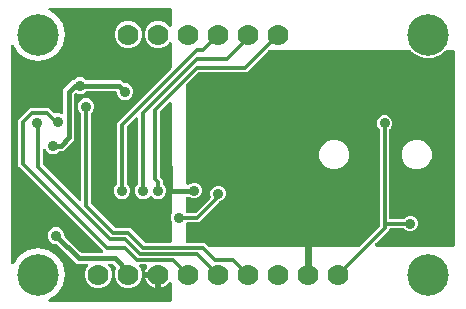
<source format=gbr>
G04 EAGLE Gerber RS-274X export*
G75*
%MOMM*%
%FSLAX34Y34*%
%LPD*%
%INBottom Copper*%
%IPPOS*%
%AMOC8*
5,1,8,0,0,1.08239X$1,22.5*%
G01*
%ADD10C,3.516000*%
%ADD11C,1.778000*%
%ADD12C,0.906400*%
%ADD13C,0.406400*%
%ADD14C,0.304800*%
%ADD15C,0.609600*%

G36*
X296924Y48771D02*
X296924Y48771D01*
X296951Y48769D01*
X297125Y48791D01*
X297298Y48809D01*
X297324Y48817D01*
X297350Y48820D01*
X297516Y48876D01*
X297683Y48927D01*
X297707Y48940D01*
X297732Y48948D01*
X297883Y49035D01*
X298037Y49119D01*
X298057Y49136D01*
X298081Y49149D01*
X298334Y49364D01*
X314618Y65648D01*
X314635Y65669D01*
X314656Y65687D01*
X314763Y65824D01*
X314873Y65960D01*
X314886Y65983D01*
X314902Y66005D01*
X314980Y66162D01*
X315062Y66316D01*
X315070Y66341D01*
X315082Y66365D01*
X315127Y66535D01*
X315177Y66701D01*
X315179Y66728D01*
X315186Y66754D01*
X315213Y67085D01*
X315213Y147101D01*
X315211Y147128D01*
X315213Y147155D01*
X315191Y147329D01*
X315173Y147502D01*
X315166Y147528D01*
X315162Y147554D01*
X315107Y147720D01*
X315055Y147887D01*
X315042Y147911D01*
X315034Y147936D01*
X314947Y148088D01*
X314863Y148241D01*
X314846Y148261D01*
X314833Y148285D01*
X314618Y148538D01*
X313205Y149951D01*
X312205Y152364D01*
X312205Y154976D01*
X313205Y157389D01*
X315051Y159235D01*
X317464Y160235D01*
X320076Y160235D01*
X322489Y159235D01*
X324335Y157389D01*
X325335Y154976D01*
X325335Y152364D01*
X324335Y149951D01*
X322922Y148538D01*
X322905Y148517D01*
X322884Y148500D01*
X322777Y148362D01*
X322667Y148226D01*
X322654Y148203D01*
X322638Y148181D01*
X322560Y148025D01*
X322478Y147871D01*
X322470Y147845D01*
X322458Y147821D01*
X322413Y147652D01*
X322363Y147485D01*
X322361Y147458D01*
X322354Y147432D01*
X322327Y147101D01*
X322327Y74168D01*
X322329Y74150D01*
X322327Y74132D01*
X322348Y73950D01*
X322367Y73767D01*
X322372Y73750D01*
X322374Y73733D01*
X322431Y73558D01*
X322485Y73382D01*
X322493Y73367D01*
X322499Y73350D01*
X322589Y73190D01*
X322677Y73028D01*
X322688Y73015D01*
X322697Y72999D01*
X322817Y72860D01*
X322934Y72719D01*
X322948Y72708D01*
X322960Y72694D01*
X323105Y72582D01*
X323248Y72467D01*
X323264Y72459D01*
X323278Y72448D01*
X323443Y72366D01*
X323605Y72281D01*
X323622Y72276D01*
X323638Y72268D01*
X323817Y72221D01*
X323992Y72170D01*
X324010Y72168D01*
X324027Y72164D01*
X324358Y72137D01*
X333791Y72137D01*
X333818Y72139D01*
X333845Y72137D01*
X334019Y72159D01*
X334192Y72177D01*
X334218Y72184D01*
X334244Y72188D01*
X334410Y72243D01*
X334577Y72295D01*
X334601Y72308D01*
X334626Y72316D01*
X334778Y72403D01*
X334931Y72487D01*
X334951Y72504D01*
X334975Y72517D01*
X335228Y72732D01*
X336641Y74145D01*
X339054Y75145D01*
X341666Y75145D01*
X344079Y74145D01*
X345925Y72299D01*
X346925Y69886D01*
X346925Y67274D01*
X345925Y64861D01*
X344079Y63015D01*
X343632Y62830D01*
X343631Y62829D01*
X341666Y62015D01*
X339054Y62015D01*
X336641Y63015D01*
X335228Y64428D01*
X335209Y64444D01*
X335194Y64461D01*
X335192Y64462D01*
X335190Y64466D01*
X335052Y64573D01*
X334916Y64683D01*
X334893Y64696D01*
X334871Y64712D01*
X334715Y64790D01*
X334561Y64872D01*
X334535Y64880D01*
X334511Y64892D01*
X334342Y64937D01*
X334175Y64987D01*
X334148Y64989D01*
X334122Y64996D01*
X333791Y65023D01*
X324358Y65023D01*
X324340Y65021D01*
X324322Y65023D01*
X324140Y65002D01*
X323957Y64983D01*
X323940Y64978D01*
X323923Y64976D01*
X323748Y64919D01*
X323572Y64865D01*
X323557Y64857D01*
X323540Y64851D01*
X323380Y64761D01*
X323218Y64673D01*
X323205Y64662D01*
X323189Y64653D01*
X323050Y64533D01*
X322909Y64416D01*
X322898Y64402D01*
X322884Y64390D01*
X322772Y64245D01*
X322657Y64102D01*
X322649Y64086D01*
X322638Y64072D01*
X322556Y63907D01*
X322471Y63745D01*
X322466Y63728D01*
X322458Y63712D01*
X322411Y63533D01*
X322360Y63358D01*
X322358Y63340D01*
X322354Y63324D01*
X311266Y52236D01*
X311261Y52229D01*
X311254Y52224D01*
X311133Y52074D01*
X311011Y51925D01*
X311007Y51917D01*
X311001Y51910D01*
X310913Y51740D01*
X310823Y51569D01*
X310820Y51561D01*
X310816Y51553D01*
X310763Y51368D01*
X310708Y51183D01*
X310707Y51174D01*
X310705Y51166D01*
X310689Y50974D01*
X310671Y50782D01*
X310672Y50773D01*
X310672Y50764D01*
X310694Y50575D01*
X310715Y50382D01*
X310718Y50373D01*
X310719Y50365D01*
X310778Y50183D01*
X310836Y49998D01*
X310841Y49990D01*
X310843Y49982D01*
X310938Y49813D01*
X311031Y49646D01*
X311037Y49639D01*
X311041Y49631D01*
X311167Y49485D01*
X311292Y49339D01*
X311299Y49333D01*
X311304Y49327D01*
X311456Y49209D01*
X311608Y49089D01*
X311616Y49085D01*
X311623Y49080D01*
X311795Y48994D01*
X311967Y48907D01*
X311975Y48904D01*
X311983Y48900D01*
X312170Y48850D01*
X312354Y48799D01*
X312363Y48798D01*
X312372Y48796D01*
X312703Y48769D01*
X376428Y48769D01*
X376446Y48771D01*
X376464Y48769D01*
X376646Y48790D01*
X376829Y48809D01*
X376846Y48814D01*
X376863Y48816D01*
X377038Y48873D01*
X377214Y48927D01*
X377229Y48935D01*
X377246Y48941D01*
X377406Y49031D01*
X377568Y49119D01*
X377581Y49130D01*
X377597Y49139D01*
X377736Y49259D01*
X377877Y49376D01*
X377888Y49390D01*
X377902Y49402D01*
X378014Y49547D01*
X378129Y49690D01*
X378137Y49706D01*
X378148Y49720D01*
X378230Y49885D01*
X378315Y50047D01*
X378320Y50064D01*
X378328Y50081D01*
X378375Y50259D01*
X378426Y50434D01*
X378428Y50452D01*
X378432Y50469D01*
X378459Y50800D01*
X378459Y213360D01*
X378457Y213378D01*
X378459Y213396D01*
X378438Y213578D01*
X378419Y213761D01*
X378414Y213778D01*
X378412Y213795D01*
X378355Y213970D01*
X378301Y214146D01*
X378293Y214161D01*
X378287Y214178D01*
X378197Y214338D01*
X378109Y214500D01*
X378098Y214513D01*
X378089Y214529D01*
X377969Y214668D01*
X377852Y214809D01*
X377838Y214820D01*
X377826Y214834D01*
X377681Y214946D01*
X377538Y215061D01*
X377522Y215069D01*
X377508Y215080D01*
X377343Y215162D01*
X377181Y215247D01*
X377164Y215252D01*
X377148Y215260D01*
X376969Y215307D01*
X376794Y215358D01*
X376776Y215360D01*
X376759Y215364D01*
X376428Y215391D01*
X371115Y215391D01*
X370941Y215374D01*
X370766Y215361D01*
X370741Y215354D01*
X370714Y215351D01*
X370547Y215300D01*
X370379Y215253D01*
X370355Y215241D01*
X370329Y215233D01*
X370175Y215150D01*
X370020Y215071D01*
X369996Y215053D01*
X369975Y215041D01*
X369911Y214988D01*
X369756Y214870D01*
X368293Y213552D01*
X368262Y213518D01*
X368215Y213479D01*
X366708Y211971D01*
X366558Y211891D01*
X366398Y211810D01*
X366379Y211795D01*
X366361Y211786D01*
X366300Y211735D01*
X366134Y211609D01*
X365658Y211180D01*
X361727Y209902D01*
X361666Y209876D01*
X361577Y209847D01*
X359501Y208987D01*
X359232Y208987D01*
X359080Y208972D01*
X358927Y208964D01*
X358874Y208952D01*
X358832Y208947D01*
X358749Y208922D01*
X358604Y208888D01*
X357703Y208595D01*
X354075Y208976D01*
X353993Y208977D01*
X353862Y208987D01*
X351699Y208987D01*
X351199Y209194D01*
X351078Y209231D01*
X350960Y209276D01*
X350874Y209292D01*
X350814Y209311D01*
X350740Y209318D01*
X350634Y209338D01*
X349384Y209469D01*
X346576Y211090D01*
X346497Y211126D01*
X346338Y211208D01*
X344490Y211973D01*
X343919Y212545D01*
X343842Y212608D01*
X343771Y212679D01*
X343669Y212749D01*
X343607Y212800D01*
X343559Y212825D01*
X343498Y212867D01*
X342140Y213651D01*
X341485Y214554D01*
X341361Y214693D01*
X341239Y214834D01*
X341227Y214843D01*
X341217Y214855D01*
X341068Y214967D01*
X340921Y215080D01*
X340907Y215087D01*
X340895Y215097D01*
X340727Y215177D01*
X340561Y215260D01*
X340546Y215264D01*
X340532Y215270D01*
X340353Y215316D01*
X340172Y215364D01*
X340155Y215366D01*
X340141Y215369D01*
X340072Y215372D01*
X339841Y215391D01*
X221263Y215391D01*
X221236Y215389D01*
X221209Y215391D01*
X221035Y215369D01*
X220862Y215351D01*
X220836Y215344D01*
X220810Y215340D01*
X220644Y215284D01*
X220477Y215233D01*
X220453Y215220D01*
X220428Y215212D01*
X220277Y215125D01*
X220123Y215041D01*
X220103Y215024D01*
X220079Y215011D01*
X219826Y214796D01*
X202133Y197103D01*
X162335Y197103D01*
X162308Y197101D01*
X162281Y197103D01*
X162107Y197081D01*
X161934Y197063D01*
X161909Y197056D01*
X161882Y197052D01*
X161716Y196997D01*
X161549Y196945D01*
X161526Y196932D01*
X161500Y196924D01*
X161349Y196837D01*
X161195Y196753D01*
X161175Y196736D01*
X161151Y196723D01*
X160898Y196508D01*
X150964Y186574D01*
X150947Y186553D01*
X150927Y186536D01*
X150819Y186398D01*
X150709Y186262D01*
X150696Y186239D01*
X150680Y186217D01*
X150602Y186060D01*
X150520Y185906D01*
X150512Y185881D01*
X150500Y185857D01*
X150455Y185687D01*
X150405Y185521D01*
X150403Y185494D01*
X150396Y185468D01*
X150369Y185137D01*
X150369Y103597D01*
X150370Y103588D01*
X150369Y103579D01*
X150390Y103386D01*
X150409Y103196D01*
X150411Y103187D01*
X150412Y103178D01*
X150471Y102994D01*
X150527Y102811D01*
X150531Y102803D01*
X150534Y102795D01*
X150627Y102626D01*
X150719Y102457D01*
X150724Y102450D01*
X150729Y102442D01*
X150853Y102295D01*
X150976Y102148D01*
X150983Y102142D01*
X150989Y102135D01*
X151141Y102015D01*
X151290Y101895D01*
X151298Y101891D01*
X151305Y101886D01*
X151478Y101798D01*
X151647Y101710D01*
X151656Y101707D01*
X151664Y101703D01*
X151851Y101651D01*
X152034Y101598D01*
X152043Y101598D01*
X152052Y101595D01*
X152244Y101581D01*
X152436Y101566D01*
X152445Y101567D01*
X152453Y101566D01*
X152644Y101590D01*
X152835Y101613D01*
X152844Y101615D01*
X152853Y101616D01*
X153035Y101678D01*
X153218Y101737D01*
X153226Y101742D01*
X153235Y101745D01*
X153401Y101840D01*
X153569Y101935D01*
X153576Y101941D01*
X153583Y101946D01*
X153735Y102075D01*
X156174Y103085D01*
X158786Y103085D01*
X161199Y102085D01*
X163045Y100239D01*
X164045Y97826D01*
X164045Y95214D01*
X163045Y92801D01*
X161199Y90955D01*
X158786Y89955D01*
X156174Y89955D01*
X153730Y90968D01*
X153675Y91012D01*
X153525Y91135D01*
X153517Y91139D01*
X153510Y91145D01*
X153341Y91232D01*
X153169Y91323D01*
X153161Y91326D01*
X153153Y91330D01*
X152969Y91383D01*
X152783Y91438D01*
X152774Y91439D01*
X152766Y91442D01*
X152574Y91457D01*
X152382Y91475D01*
X152373Y91474D01*
X152364Y91474D01*
X152175Y91452D01*
X151982Y91431D01*
X151973Y91429D01*
X151965Y91427D01*
X151782Y91368D01*
X151598Y91310D01*
X151590Y91305D01*
X151582Y91303D01*
X151413Y91207D01*
X151246Y91115D01*
X151239Y91109D01*
X151231Y91105D01*
X151085Y90979D01*
X150939Y90855D01*
X150933Y90847D01*
X150927Y90842D01*
X150809Y90690D01*
X150689Y90539D01*
X150685Y90531D01*
X150680Y90523D01*
X150593Y90350D01*
X150507Y90180D01*
X150505Y90171D01*
X150500Y90163D01*
X150450Y89976D01*
X150399Y89792D01*
X150398Y89783D01*
X150396Y89774D01*
X150369Y89443D01*
X150369Y79248D01*
X150371Y79230D01*
X150369Y79212D01*
X150390Y79030D01*
X150409Y78847D01*
X150414Y78830D01*
X150416Y78813D01*
X150473Y78638D01*
X150527Y78462D01*
X150535Y78447D01*
X150541Y78430D01*
X150631Y78270D01*
X150719Y78108D01*
X150730Y78095D01*
X150739Y78079D01*
X150859Y77940D01*
X150976Y77799D01*
X150990Y77788D01*
X151002Y77774D01*
X151147Y77662D01*
X151290Y77547D01*
X151306Y77539D01*
X151320Y77528D01*
X151485Y77446D01*
X151647Y77361D01*
X151664Y77356D01*
X151681Y77348D01*
X151859Y77301D01*
X152034Y77250D01*
X152052Y77248D01*
X152069Y77244D01*
X152400Y77217D01*
X157705Y77217D01*
X157732Y77219D01*
X157759Y77217D01*
X157933Y77239D01*
X158106Y77257D01*
X158131Y77264D01*
X158158Y77268D01*
X158324Y77323D01*
X158491Y77375D01*
X158514Y77388D01*
X158540Y77396D01*
X158691Y77483D01*
X158845Y77567D01*
X158865Y77584D01*
X158889Y77597D01*
X159142Y77812D01*
X171087Y89757D01*
X171101Y89774D01*
X171118Y89788D01*
X171228Y89929D01*
X171342Y90068D01*
X171352Y90088D01*
X171366Y90105D01*
X171446Y90265D01*
X171530Y90424D01*
X171537Y90445D01*
X171547Y90465D01*
X171594Y90638D01*
X171645Y90810D01*
X171647Y90832D01*
X171653Y90853D01*
X171665Y91031D01*
X171681Y91211D01*
X171679Y91233D01*
X171681Y91255D01*
X171657Y91432D01*
X171638Y91611D01*
X171631Y91632D01*
X171628Y91654D01*
X171527Y91970D01*
X171235Y92674D01*
X171235Y95286D01*
X172235Y97699D01*
X174081Y99545D01*
X174474Y99708D01*
X176494Y100545D01*
X179106Y100545D01*
X181519Y99545D01*
X183365Y97699D01*
X184365Y95286D01*
X184365Y92674D01*
X183365Y90261D01*
X181519Y88415D01*
X178966Y87357D01*
X178939Y87343D01*
X178909Y87333D01*
X178761Y87247D01*
X178611Y87167D01*
X178587Y87147D01*
X178560Y87132D01*
X178307Y86917D01*
X161493Y70103D01*
X152400Y70103D01*
X152382Y70101D01*
X152364Y70103D01*
X152182Y70082D01*
X151999Y70063D01*
X151982Y70058D01*
X151965Y70056D01*
X151790Y69999D01*
X151614Y69945D01*
X151599Y69937D01*
X151582Y69931D01*
X151422Y69841D01*
X151260Y69753D01*
X151247Y69742D01*
X151231Y69733D01*
X151092Y69613D01*
X150951Y69496D01*
X150940Y69482D01*
X150927Y69470D01*
X150814Y69325D01*
X150699Y69182D01*
X150691Y69166D01*
X150680Y69152D01*
X150598Y68987D01*
X150513Y68825D01*
X150508Y68808D01*
X150500Y68792D01*
X150453Y68613D01*
X150402Y68438D01*
X150400Y68420D01*
X150396Y68403D01*
X150369Y68072D01*
X150369Y53848D01*
X150371Y53830D01*
X150369Y53812D01*
X150390Y53630D01*
X150409Y53447D01*
X150414Y53430D01*
X150416Y53413D01*
X150473Y53238D01*
X150527Y53062D01*
X150535Y53047D01*
X150541Y53030D01*
X150631Y52870D01*
X150719Y52708D01*
X150730Y52695D01*
X150739Y52679D01*
X150859Y52540D01*
X150976Y52399D01*
X150990Y52388D01*
X151002Y52374D01*
X151147Y52262D01*
X151290Y52147D01*
X151306Y52139D01*
X151320Y52128D01*
X151485Y52046D01*
X151647Y51961D01*
X151664Y51956D01*
X151681Y51948D01*
X151859Y51901D01*
X152034Y51850D01*
X152052Y51848D01*
X152069Y51844D01*
X152400Y51817D01*
X166573Y51817D01*
X169026Y49364D01*
X169047Y49347D01*
X169064Y49327D01*
X169202Y49219D01*
X169338Y49109D01*
X169361Y49096D01*
X169383Y49080D01*
X169540Y49002D01*
X169694Y48920D01*
X169719Y48912D01*
X169743Y48900D01*
X169913Y48855D01*
X170079Y48805D01*
X170106Y48803D01*
X170132Y48796D01*
X170463Y48769D01*
X296897Y48769D01*
X296924Y48771D01*
G37*
G36*
X137278Y2556D02*
X137278Y2556D01*
X137397Y2563D01*
X137435Y2576D01*
X137476Y2581D01*
X137586Y2624D01*
X137699Y2661D01*
X137734Y2683D01*
X137771Y2698D01*
X137867Y2767D01*
X137968Y2831D01*
X137996Y2861D01*
X138029Y2884D01*
X138105Y2976D01*
X138186Y3063D01*
X138206Y3098D01*
X138231Y3129D01*
X138282Y3237D01*
X138340Y3341D01*
X138350Y3381D01*
X138367Y3417D01*
X138389Y3534D01*
X138419Y3649D01*
X138423Y3709D01*
X138427Y3729D01*
X138425Y3750D01*
X138429Y3810D01*
X138429Y17778D01*
X138419Y17857D01*
X138419Y17936D01*
X138409Y17977D01*
X138407Y18009D01*
X138396Y18043D01*
X138389Y18093D01*
X138360Y18167D01*
X138340Y18244D01*
X138317Y18288D01*
X138309Y18311D01*
X138293Y18336D01*
X138272Y18389D01*
X138226Y18453D01*
X138187Y18523D01*
X138149Y18564D01*
X138139Y18580D01*
X138123Y18595D01*
X138086Y18646D01*
X138024Y18697D01*
X137970Y18755D01*
X137917Y18788D01*
X137907Y18798D01*
X137893Y18806D01*
X137841Y18849D01*
X137769Y18883D01*
X137701Y18926D01*
X137638Y18946D01*
X137629Y18951D01*
X137617Y18954D01*
X137553Y18984D01*
X137475Y18999D01*
X137399Y19024D01*
X137329Y19029D01*
X137321Y19031D01*
X137306Y19032D01*
X137241Y19044D01*
X137174Y19040D01*
X137160Y19041D01*
X137156Y19041D01*
X137149Y19040D01*
X137082Y19044D01*
X137003Y19029D01*
X136923Y19024D01*
X136858Y19003D01*
X136840Y19001D01*
X136828Y18996D01*
X136769Y18985D01*
X136697Y18951D01*
X136621Y18926D01*
X136569Y18894D01*
X136545Y18884D01*
X136527Y18872D01*
X136481Y18850D01*
X136420Y18799D01*
X136352Y18756D01*
X136316Y18718D01*
X136287Y18697D01*
X136268Y18674D01*
X136236Y18648D01*
X136135Y18526D01*
X136134Y18525D01*
X136134Y18524D01*
X136133Y18524D01*
X135719Y17953D01*
X134447Y16681D01*
X132991Y15623D01*
X131388Y14807D01*
X129677Y14251D01*
X129499Y14223D01*
X129499Y24170D01*
X129484Y24288D01*
X129477Y24407D01*
X129464Y24445D01*
X129459Y24485D01*
X129416Y24596D01*
X129379Y24709D01*
X129357Y24743D01*
X129342Y24781D01*
X129273Y24877D01*
X129209Y24978D01*
X129179Y25006D01*
X129156Y25038D01*
X129064Y25114D01*
X128977Y25196D01*
X128942Y25215D01*
X128911Y25241D01*
X128803Y25292D01*
X128699Y25349D01*
X128659Y25359D01*
X128623Y25377D01*
X128506Y25399D01*
X128391Y25429D01*
X128331Y25433D01*
X128311Y25436D01*
X128290Y25435D01*
X128230Y25439D01*
X127039Y25439D01*
X127039Y26630D01*
X127024Y26748D01*
X127017Y26867D01*
X127004Y26905D01*
X126999Y26946D01*
X126955Y27056D01*
X126919Y27169D01*
X126897Y27204D01*
X126882Y27241D01*
X126812Y27337D01*
X126749Y27438D01*
X126719Y27466D01*
X126695Y27499D01*
X126604Y27575D01*
X126517Y27656D01*
X126482Y27676D01*
X126450Y27701D01*
X126343Y27752D01*
X126238Y27810D01*
X126199Y27820D01*
X126163Y27837D01*
X126046Y27859D01*
X125930Y27889D01*
X125870Y27893D01*
X125850Y27897D01*
X125830Y27895D01*
X125770Y27899D01*
X115823Y27899D01*
X115851Y28077D01*
X116407Y29788D01*
X117223Y31391D01*
X117681Y32020D01*
X117700Y32055D01*
X117725Y32085D01*
X117776Y32194D01*
X117834Y32299D01*
X117844Y32337D01*
X117861Y32373D01*
X117883Y32490D01*
X117913Y32607D01*
X117913Y32647D01*
X117920Y32686D01*
X117913Y32805D01*
X117913Y32925D01*
X117903Y32963D01*
X117901Y33003D01*
X117864Y33117D01*
X117834Y33233D01*
X117815Y33268D01*
X117803Y33305D01*
X117738Y33407D01*
X117681Y33511D01*
X117654Y33540D01*
X117632Y33574D01*
X117545Y33656D01*
X117463Y33743D01*
X117430Y33765D01*
X117401Y33792D01*
X117296Y33850D01*
X117195Y33914D01*
X117157Y33926D01*
X117122Y33946D01*
X117006Y33975D01*
X116893Y34013D01*
X116853Y34015D01*
X116814Y34025D01*
X116654Y34035D01*
X112194Y34035D01*
X112057Y34018D01*
X111918Y34005D01*
X111899Y33998D01*
X111879Y33995D01*
X111750Y33944D01*
X111619Y33897D01*
X111602Y33886D01*
X111583Y33878D01*
X111471Y33797D01*
X111356Y33719D01*
X111342Y33703D01*
X111326Y33692D01*
X111237Y33584D01*
X111145Y33480D01*
X111136Y33462D01*
X111123Y33447D01*
X111064Y33321D01*
X111001Y33197D01*
X110996Y33177D01*
X110988Y33159D01*
X110961Y33022D01*
X110931Y32887D01*
X110932Y32866D01*
X110928Y32847D01*
X110936Y32708D01*
X110941Y32569D01*
X110946Y32549D01*
X110948Y32529D01*
X110990Y32397D01*
X111029Y32263D01*
X111039Y32246D01*
X111046Y32227D01*
X111120Y32109D01*
X111191Y31989D01*
X111209Y31968D01*
X111216Y31958D01*
X111231Y31944D01*
X111290Y31877D01*
X113031Y27674D01*
X113031Y23126D01*
X111291Y18925D01*
X108075Y15709D01*
X103874Y13969D01*
X99326Y13969D01*
X95125Y15709D01*
X91909Y18925D01*
X90169Y23126D01*
X90169Y27674D01*
X91377Y30588D01*
X91384Y30617D01*
X91398Y30643D01*
X91426Y30770D01*
X91461Y30895D01*
X91461Y30925D01*
X91467Y30954D01*
X91464Y31083D01*
X91466Y31213D01*
X91459Y31242D01*
X91458Y31271D01*
X91422Y31396D01*
X91391Y31522D01*
X91378Y31549D01*
X91369Y31577D01*
X91303Y31689D01*
X91243Y31804D01*
X91223Y31825D01*
X91208Y31851D01*
X91101Y31972D01*
X88648Y34426D01*
X88569Y34486D01*
X88497Y34554D01*
X88444Y34583D01*
X88396Y34620D01*
X88305Y34660D01*
X88219Y34708D01*
X88160Y34723D01*
X88105Y34747D01*
X88007Y34762D01*
X87911Y34787D01*
X87811Y34793D01*
X87790Y34797D01*
X87778Y34795D01*
X87750Y34797D01*
X86032Y34797D01*
X85894Y34780D01*
X85756Y34767D01*
X85737Y34760D01*
X85717Y34757D01*
X85588Y34706D01*
X85457Y34659D01*
X85440Y34648D01*
X85421Y34640D01*
X85309Y34559D01*
X85194Y34481D01*
X85180Y34465D01*
X85164Y34454D01*
X85075Y34346D01*
X84983Y34242D01*
X84974Y34224D01*
X84961Y34209D01*
X84902Y34083D01*
X84839Y33959D01*
X84834Y33939D01*
X84826Y33921D01*
X84799Y33784D01*
X84769Y33649D01*
X84770Y33628D01*
X84766Y33609D01*
X84774Y33470D01*
X84779Y33331D01*
X84784Y33311D01*
X84786Y33291D01*
X84828Y33159D01*
X84867Y33025D01*
X84877Y33008D01*
X84884Y32989D01*
X84958Y32871D01*
X85029Y32751D01*
X85047Y32730D01*
X85054Y32720D01*
X85069Y32706D01*
X85135Y32631D01*
X85891Y31875D01*
X87631Y27674D01*
X87631Y23126D01*
X85891Y18925D01*
X82675Y15709D01*
X78474Y13969D01*
X73926Y13969D01*
X69725Y15709D01*
X66509Y18925D01*
X64769Y23126D01*
X64769Y27674D01*
X66509Y31875D01*
X67265Y32631D01*
X67350Y32740D01*
X67439Y32847D01*
X67448Y32866D01*
X67460Y32882D01*
X67515Y33009D01*
X67574Y33135D01*
X67578Y33155D01*
X67586Y33174D01*
X67608Y33312D01*
X67634Y33448D01*
X67633Y33468D01*
X67636Y33488D01*
X67623Y33627D01*
X67614Y33765D01*
X67608Y33784D01*
X67606Y33804D01*
X67559Y33936D01*
X67516Y34067D01*
X67506Y34085D01*
X67499Y34104D01*
X67421Y34219D01*
X67346Y34336D01*
X67332Y34350D01*
X67320Y34367D01*
X67216Y34459D01*
X67115Y34554D01*
X67097Y34564D01*
X67082Y34577D01*
X66958Y34640D01*
X66836Y34708D01*
X66817Y34713D01*
X66799Y34722D01*
X66663Y34752D01*
X66528Y34787D01*
X66500Y34789D01*
X66488Y34792D01*
X66468Y34791D01*
X66368Y34797D01*
X57796Y34797D01*
X41618Y50976D01*
X41539Y51036D01*
X41467Y51104D01*
X41414Y51133D01*
X41366Y51170D01*
X41275Y51210D01*
X41189Y51258D01*
X41130Y51273D01*
X41075Y51297D01*
X40977Y51312D01*
X40881Y51337D01*
X40781Y51343D01*
X40760Y51347D01*
X40748Y51345D01*
X40720Y51347D01*
X39233Y51347D01*
X36634Y52424D01*
X34644Y54414D01*
X33567Y57013D01*
X33567Y59827D01*
X34644Y62426D01*
X36634Y64416D01*
X39233Y65493D01*
X42047Y65493D01*
X44646Y64416D01*
X46636Y62426D01*
X47713Y59827D01*
X47713Y58340D01*
X47725Y58242D01*
X47728Y58143D01*
X47745Y58084D01*
X47753Y58024D01*
X47789Y57932D01*
X47817Y57837D01*
X47847Y57785D01*
X47870Y57729D01*
X47928Y57649D01*
X47978Y57563D01*
X48044Y57488D01*
X48056Y57471D01*
X48066Y57463D01*
X48084Y57442D01*
X61212Y44314D01*
X61291Y44254D01*
X61363Y44186D01*
X61416Y44157D01*
X61464Y44120D01*
X61555Y44080D01*
X61641Y44032D01*
X61700Y44017D01*
X61755Y43993D01*
X61853Y43978D01*
X61949Y43953D01*
X62049Y43947D01*
X62070Y43943D01*
X62082Y43945D01*
X62110Y43943D01*
X79325Y43943D01*
X79463Y43960D01*
X79601Y43973D01*
X79620Y43980D01*
X79640Y43983D01*
X79769Y44034D01*
X79900Y44081D01*
X79917Y44092D01*
X79936Y44100D01*
X80048Y44181D01*
X80163Y44259D01*
X80177Y44275D01*
X80193Y44286D01*
X80282Y44394D01*
X80374Y44498D01*
X80383Y44516D01*
X80396Y44531D01*
X80455Y44657D01*
X80518Y44781D01*
X80523Y44801D01*
X80532Y44819D01*
X80558Y44956D01*
X80588Y45091D01*
X80588Y45112D01*
X80591Y45131D01*
X80583Y45270D01*
X80578Y45409D01*
X80573Y45429D01*
X80572Y45449D01*
X80529Y45581D01*
X80490Y45715D01*
X80480Y45732D01*
X80474Y45751D01*
X80399Y45869D01*
X80329Y45989D01*
X80310Y46010D01*
X80303Y46020D01*
X80288Y46034D01*
X80222Y46109D01*
X79384Y46948D01*
X8635Y117696D01*
X8635Y156624D01*
X18636Y166625D01*
X34704Y166625D01*
X37456Y163872D01*
X39064Y162265D01*
X39087Y162247D01*
X39106Y162224D01*
X39213Y162149D01*
X39315Y162070D01*
X39342Y162058D01*
X39366Y162041D01*
X39488Y161995D01*
X39607Y161943D01*
X39636Y161939D01*
X39664Y161928D01*
X39793Y161914D01*
X39921Y161893D01*
X39950Y161896D01*
X39980Y161893D01*
X40108Y161911D01*
X40238Y161923D01*
X40265Y161933D01*
X40295Y161937D01*
X40447Y161989D01*
X40503Y162013D01*
X43317Y162013D01*
X45082Y161281D01*
X45130Y161268D01*
X45175Y161247D01*
X45283Y161227D01*
X45389Y161198D01*
X45439Y161197D01*
X45488Y161187D01*
X45597Y161194D01*
X45707Y161192D01*
X45755Y161204D01*
X45805Y161207D01*
X45909Y161241D01*
X46016Y161267D01*
X46060Y161290D01*
X46107Y161305D01*
X46200Y161364D01*
X46297Y161415D01*
X46334Y161449D01*
X46376Y161475D01*
X46451Y161555D01*
X46533Y161629D01*
X46560Y161671D01*
X46594Y161707D01*
X46634Y161779D01*
X46639Y161786D01*
X46649Y161806D01*
X46707Y161895D01*
X46724Y161942D01*
X46748Y161985D01*
X46765Y162052D01*
X46775Y162073D01*
X46783Y162114D01*
X46811Y162196D01*
X46815Y162245D01*
X46827Y162293D01*
X46832Y162372D01*
X46835Y162386D01*
X46834Y162400D01*
X46837Y162454D01*
X46837Y182234D01*
X54596Y189993D01*
X55005Y189993D01*
X55103Y190005D01*
X55202Y190008D01*
X55260Y190025D01*
X55320Y190033D01*
X55412Y190069D01*
X55507Y190097D01*
X55560Y190127D01*
X55616Y190150D01*
X55696Y190208D01*
X55781Y190258D01*
X55857Y190324D01*
X55873Y190336D01*
X55881Y190346D01*
X55902Y190364D01*
X56954Y191416D01*
X59553Y192493D01*
X62367Y192493D01*
X64966Y191416D01*
X66018Y190364D01*
X66096Y190304D01*
X66168Y190236D01*
X66221Y190207D01*
X66269Y190170D01*
X66360Y190130D01*
X66447Y190082D01*
X66505Y190067D01*
X66561Y190043D01*
X66659Y190028D01*
X66755Y190003D01*
X66855Y189997D01*
X66875Y189993D01*
X66887Y189995D01*
X66915Y189993D01*
X95874Y189993D01*
X98082Y187784D01*
X98161Y187724D01*
X98233Y187656D01*
X98286Y187627D01*
X98334Y187590D01*
X98425Y187550D01*
X98511Y187502D01*
X98570Y187487D01*
X98625Y187463D01*
X98723Y187448D01*
X98819Y187423D01*
X98919Y187417D01*
X98940Y187413D01*
X98952Y187415D01*
X98980Y187413D01*
X100467Y187413D01*
X103066Y186336D01*
X105056Y184346D01*
X106133Y181747D01*
X106133Y178933D01*
X105056Y176334D01*
X103066Y174344D01*
X100467Y173267D01*
X97653Y173267D01*
X95054Y174344D01*
X93064Y176334D01*
X91987Y178933D01*
X91987Y179578D01*
X91972Y179696D01*
X91965Y179815D01*
X91952Y179853D01*
X91947Y179894D01*
X91904Y180004D01*
X91867Y180117D01*
X91845Y180152D01*
X91830Y180189D01*
X91761Y180285D01*
X91697Y180386D01*
X91667Y180414D01*
X91644Y180447D01*
X91552Y180523D01*
X91465Y180604D01*
X91430Y180624D01*
X91399Y180649D01*
X91291Y180700D01*
X91187Y180758D01*
X91147Y180768D01*
X91111Y180785D01*
X90994Y180807D01*
X90879Y180837D01*
X90819Y180841D01*
X90799Y180845D01*
X90778Y180843D01*
X90718Y180847D01*
X66915Y180847D01*
X66817Y180835D01*
X66718Y180832D01*
X66660Y180815D01*
X66600Y180807D01*
X66508Y180771D01*
X66413Y180743D01*
X66360Y180713D01*
X66304Y180690D01*
X66224Y180632D01*
X66139Y180582D01*
X66063Y180516D01*
X66047Y180504D01*
X66039Y180494D01*
X66018Y180476D01*
X64966Y179424D01*
X62367Y178347D01*
X59553Y178347D01*
X57742Y179097D01*
X57714Y179105D01*
X57688Y179119D01*
X57561Y179147D01*
X57436Y179181D01*
X57406Y179182D01*
X57377Y179188D01*
X57247Y179184D01*
X57118Y179186D01*
X57089Y179179D01*
X57059Y179179D01*
X57021Y179167D01*
X57015Y179167D01*
X56977Y179155D01*
X56935Y179143D01*
X56808Y179112D01*
X56782Y179098D01*
X56754Y179090D01*
X56725Y179073D01*
X56713Y179069D01*
X56640Y179023D01*
X56527Y178963D01*
X56505Y178944D01*
X56480Y178929D01*
X56452Y178904D01*
X56444Y178899D01*
X56433Y178887D01*
X56359Y178822D01*
X56354Y178818D01*
X56325Y178780D01*
X56292Y178750D01*
X56265Y178709D01*
X56226Y178667D01*
X56197Y178614D01*
X56160Y178566D01*
X56137Y178514D01*
X56117Y178484D01*
X56104Y178447D01*
X56072Y178389D01*
X56057Y178330D01*
X56033Y178275D01*
X56023Y178209D01*
X56014Y178183D01*
X56011Y178152D01*
X55993Y178081D01*
X55987Y177981D01*
X55983Y177960D01*
X55985Y177948D01*
X55983Y177920D01*
X55983Y139686D01*
X46344Y130047D01*
X44055Y130047D01*
X43957Y130035D01*
X43858Y130032D01*
X43800Y130015D01*
X43740Y130007D01*
X43648Y129971D01*
X43553Y129943D01*
X43500Y129913D01*
X43444Y129890D01*
X43364Y129832D01*
X43279Y129782D01*
X43203Y129716D01*
X43187Y129704D01*
X43179Y129694D01*
X43158Y129675D01*
X42106Y128624D01*
X39507Y127547D01*
X36693Y127547D01*
X34094Y128624D01*
X32104Y130614D01*
X31907Y131090D01*
X31872Y131151D01*
X31846Y131216D01*
X31794Y131288D01*
X31749Y131366D01*
X31701Y131417D01*
X31660Y131473D01*
X31590Y131530D01*
X31528Y131595D01*
X31468Y131631D01*
X31415Y131676D01*
X31333Y131714D01*
X31257Y131761D01*
X31190Y131782D01*
X31127Y131811D01*
X31039Y131828D01*
X30953Y131855D01*
X30883Y131858D01*
X30814Y131871D01*
X30725Y131866D01*
X30635Y131870D01*
X30567Y131856D01*
X30497Y131851D01*
X30412Y131824D01*
X30324Y131806D01*
X30261Y131775D01*
X30195Y131753D01*
X30119Y131705D01*
X30038Y131666D01*
X29985Y131621D01*
X29926Y131583D01*
X29864Y131518D01*
X29796Y131460D01*
X29756Y131403D01*
X29708Y131352D01*
X29665Y131273D01*
X29613Y131200D01*
X29588Y131134D01*
X29554Y131073D01*
X29532Y130986D01*
X29500Y130902D01*
X29492Y130833D01*
X29475Y130765D01*
X29465Y130605D01*
X29465Y119049D01*
X29477Y118951D01*
X29480Y118852D01*
X29497Y118794D01*
X29505Y118734D01*
X29541Y118642D01*
X29569Y118547D01*
X29599Y118495D01*
X29622Y118438D01*
X29680Y118358D01*
X29730Y118273D01*
X29796Y118197D01*
X29808Y118181D01*
X29818Y118173D01*
X29836Y118152D01*
X59809Y88180D01*
X59918Y88095D01*
X60025Y88006D01*
X60044Y87997D01*
X60060Y87985D01*
X60188Y87929D01*
X60313Y87870D01*
X60333Y87867D01*
X60352Y87859D01*
X60490Y87837D01*
X60626Y87811D01*
X60646Y87812D01*
X60666Y87809D01*
X60805Y87822D01*
X60943Y87830D01*
X60962Y87837D01*
X60982Y87839D01*
X61114Y87886D01*
X61245Y87928D01*
X61263Y87939D01*
X61282Y87946D01*
X61397Y88024D01*
X61514Y88099D01*
X61528Y88113D01*
X61545Y88125D01*
X61637Y88229D01*
X61732Y88330D01*
X61742Y88348D01*
X61755Y88363D01*
X61819Y88487D01*
X61886Y88609D01*
X61891Y88628D01*
X61900Y88646D01*
X61930Y88782D01*
X61965Y88917D01*
X61967Y88945D01*
X61970Y88957D01*
X61969Y88977D01*
X61975Y89077D01*
X61975Y161177D01*
X61963Y161275D01*
X61960Y161374D01*
X61943Y161432D01*
X61935Y161492D01*
X61899Y161584D01*
X61871Y161679D01*
X61841Y161732D01*
X61818Y161788D01*
X61760Y161868D01*
X61710Y161953D01*
X61665Y162005D01*
X61664Y162005D01*
X61664Y162006D01*
X61644Y162029D01*
X61632Y162045D01*
X61622Y162053D01*
X61604Y162074D01*
X60044Y163634D01*
X58967Y166233D01*
X58967Y169047D01*
X60044Y171646D01*
X62034Y173636D01*
X64633Y174713D01*
X67447Y174713D01*
X70046Y173636D01*
X72036Y171646D01*
X73113Y169047D01*
X73113Y166233D01*
X72036Y163634D01*
X70476Y162074D01*
X70416Y161996D01*
X70348Y161924D01*
X70319Y161871D01*
X70282Y161823D01*
X70242Y161732D01*
X70194Y161645D01*
X70179Y161587D01*
X70155Y161531D01*
X70140Y161433D01*
X70115Y161337D01*
X70109Y161237D01*
X70105Y161217D01*
X70107Y161205D01*
X70105Y161177D01*
X70105Y86029D01*
X70117Y85931D01*
X70120Y85832D01*
X70137Y85774D01*
X70145Y85714D01*
X70181Y85622D01*
X70209Y85527D01*
X70239Y85475D01*
X70262Y85418D01*
X70320Y85338D01*
X70370Y85253D01*
X70436Y85177D01*
X70448Y85161D01*
X70458Y85153D01*
X70476Y85132D01*
X90212Y65396D01*
X90290Y65336D01*
X90362Y65268D01*
X90415Y65239D01*
X90463Y65202D01*
X90554Y65162D01*
X90641Y65114D01*
X90699Y65099D01*
X90755Y65075D01*
X90853Y65060D01*
X90949Y65035D01*
X91049Y65029D01*
X91069Y65025D01*
X91081Y65027D01*
X91109Y65025D01*
X103284Y65025D01*
X115612Y52696D01*
X115690Y52636D01*
X115762Y52568D01*
X115815Y52539D01*
X115863Y52502D01*
X115954Y52462D01*
X116041Y52414D01*
X116099Y52399D01*
X116155Y52375D01*
X116253Y52360D01*
X116349Y52335D01*
X116449Y52329D01*
X116469Y52325D01*
X116481Y52327D01*
X116509Y52325D01*
X137160Y52325D01*
X137278Y52340D01*
X137397Y52347D01*
X137435Y52360D01*
X137476Y52365D01*
X137586Y52408D01*
X137699Y52445D01*
X137734Y52467D01*
X137771Y52482D01*
X137867Y52551D01*
X137968Y52615D01*
X137996Y52645D01*
X138029Y52668D01*
X138105Y52760D01*
X138186Y52847D01*
X138206Y52882D01*
X138231Y52913D01*
X138282Y53021D01*
X138340Y53125D01*
X138350Y53165D01*
X138367Y53201D01*
X138389Y53318D01*
X138419Y53433D01*
X138423Y53493D01*
X138427Y53513D01*
X138425Y53534D01*
X138429Y53594D01*
X138429Y70258D01*
X138428Y70267D01*
X138429Y70276D01*
X138408Y70425D01*
X138389Y70573D01*
X138386Y70582D01*
X138385Y70591D01*
X138333Y70743D01*
X137707Y72253D01*
X137707Y75067D01*
X138333Y76577D01*
X138335Y76586D01*
X138340Y76594D01*
X138377Y76738D01*
X138417Y76883D01*
X138417Y76893D01*
X138419Y76902D01*
X138429Y77062D01*
X138429Y170257D01*
X138412Y170394D01*
X138399Y170533D01*
X138392Y170552D01*
X138389Y170572D01*
X138338Y170701D01*
X138291Y170832D01*
X138280Y170849D01*
X138272Y170868D01*
X138191Y170980D01*
X138113Y171095D01*
X138097Y171109D01*
X138086Y171125D01*
X137978Y171214D01*
X137874Y171306D01*
X137856Y171315D01*
X137841Y171328D01*
X137715Y171387D01*
X137591Y171450D01*
X137571Y171455D01*
X137553Y171464D01*
X137417Y171490D01*
X137281Y171520D01*
X137260Y171519D01*
X137241Y171523D01*
X137102Y171515D01*
X136963Y171510D01*
X136943Y171505D01*
X136923Y171504D01*
X136791Y171461D01*
X136657Y171422D01*
X136640Y171412D01*
X136621Y171406D01*
X136503Y171331D01*
X136383Y171261D01*
X136362Y171242D01*
X136352Y171235D01*
X136338Y171220D01*
X136263Y171154D01*
X128896Y163788D01*
X128836Y163710D01*
X128768Y163638D01*
X128739Y163585D01*
X128702Y163537D01*
X128662Y163446D01*
X128614Y163359D01*
X128599Y163301D01*
X128575Y163245D01*
X128560Y163147D01*
X128535Y163051D01*
X128529Y162951D01*
X128525Y162931D01*
X128527Y162919D01*
X128525Y162891D01*
X128525Y108889D01*
X128537Y108791D01*
X128540Y108692D01*
X128557Y108634D01*
X128565Y108574D01*
X128601Y108482D01*
X128629Y108387D01*
X128659Y108335D01*
X128682Y108278D01*
X128740Y108198D01*
X128790Y108113D01*
X128856Y108037D01*
X128868Y108021D01*
X128878Y108013D01*
X128896Y107992D01*
X131065Y105824D01*
X131065Y102983D01*
X131077Y102885D01*
X131080Y102786D01*
X131097Y102728D01*
X131105Y102668D01*
X131141Y102576D01*
X131169Y102481D01*
X131199Y102428D01*
X131222Y102372D01*
X131280Y102292D01*
X131330Y102207D01*
X131396Y102131D01*
X131408Y102115D01*
X131418Y102107D01*
X131436Y102086D01*
X132996Y100526D01*
X134073Y97927D01*
X134073Y95113D01*
X132996Y92514D01*
X131006Y90524D01*
X128407Y89447D01*
X125593Y89447D01*
X122994Y90524D01*
X121548Y91970D01*
X121453Y92043D01*
X121364Y92122D01*
X121328Y92140D01*
X121296Y92165D01*
X121187Y92212D01*
X121081Y92267D01*
X121042Y92275D01*
X121004Y92291D01*
X120887Y92310D01*
X120771Y92336D01*
X120730Y92335D01*
X120690Y92341D01*
X120572Y92330D01*
X120453Y92327D01*
X120414Y92315D01*
X120374Y92311D01*
X120261Y92271D01*
X120147Y92238D01*
X120113Y92218D01*
X120074Y92204D01*
X119976Y92137D01*
X119873Y92077D01*
X119828Y92037D01*
X119811Y92025D01*
X119798Y92010D01*
X119753Y91970D01*
X118306Y90524D01*
X115707Y89447D01*
X112893Y89447D01*
X110294Y90524D01*
X108304Y92514D01*
X107227Y95113D01*
X107227Y97927D01*
X108304Y100526D01*
X109864Y102086D01*
X109924Y102164D01*
X109992Y102236D01*
X110021Y102289D01*
X110058Y102337D01*
X110098Y102428D01*
X110146Y102515D01*
X110161Y102573D01*
X110185Y102629D01*
X110200Y102727D01*
X110225Y102823D01*
X110231Y102923D01*
X110235Y102943D01*
X110233Y102955D01*
X110235Y102983D01*
X110235Y157303D01*
X110218Y157440D01*
X110205Y157579D01*
X110198Y157598D01*
X110195Y157618D01*
X110144Y157747D01*
X110097Y157878D01*
X110086Y157895D01*
X110078Y157914D01*
X109997Y158026D01*
X109919Y158141D01*
X109903Y158155D01*
X109892Y158171D01*
X109784Y158260D01*
X109680Y158352D01*
X109662Y158361D01*
X109647Y158374D01*
X109521Y158433D01*
X109397Y158496D01*
X109377Y158501D01*
X109359Y158510D01*
X109223Y158536D01*
X109087Y158566D01*
X109066Y158566D01*
X109047Y158569D01*
X108908Y158561D01*
X108769Y158556D01*
X108749Y158551D01*
X108729Y158550D01*
X108597Y158507D01*
X108463Y158468D01*
X108446Y158458D01*
X108427Y158452D01*
X108309Y158377D01*
X108189Y158307D01*
X108168Y158288D01*
X108158Y158281D01*
X108144Y158266D01*
X108069Y158200D01*
X100956Y151088D01*
X100896Y151010D01*
X100828Y150938D01*
X100799Y150885D01*
X100762Y150837D01*
X100722Y150746D01*
X100674Y150659D01*
X100659Y150601D01*
X100635Y150545D01*
X100620Y150447D01*
X100595Y150351D01*
X100589Y150251D01*
X100585Y150231D01*
X100587Y150219D01*
X100585Y150191D01*
X100585Y102983D01*
X100597Y102885D01*
X100600Y102786D01*
X100617Y102728D01*
X100625Y102668D01*
X100661Y102576D01*
X100689Y102481D01*
X100719Y102428D01*
X100742Y102372D01*
X100800Y102292D01*
X100850Y102207D01*
X100916Y102131D01*
X100928Y102115D01*
X100938Y102107D01*
X100956Y102086D01*
X102516Y100526D01*
X103593Y97927D01*
X103593Y95113D01*
X102516Y92514D01*
X100526Y90524D01*
X97927Y89447D01*
X95113Y89447D01*
X92514Y90524D01*
X90524Y92514D01*
X89447Y95113D01*
X89447Y97927D01*
X90524Y100526D01*
X92084Y102086D01*
X92144Y102164D01*
X92212Y102236D01*
X92241Y102289D01*
X92278Y102337D01*
X92318Y102428D01*
X92366Y102515D01*
X92381Y102573D01*
X92405Y102629D01*
X92420Y102727D01*
X92445Y102823D01*
X92451Y102923D01*
X92455Y102943D01*
X92453Y102955D01*
X92455Y102983D01*
X92455Y154084D01*
X95208Y156836D01*
X138058Y199686D01*
X138118Y199764D01*
X138186Y199836D01*
X138215Y199889D01*
X138252Y199937D01*
X138292Y200028D01*
X138340Y200115D01*
X138355Y200173D01*
X138379Y200229D01*
X138394Y200327D01*
X138419Y200423D01*
X138425Y200523D01*
X138429Y200543D01*
X138427Y200555D01*
X138429Y200583D01*
X138429Y220800D01*
X138412Y220937D01*
X138399Y221076D01*
X138392Y221095D01*
X138389Y221115D01*
X138338Y221244D01*
X138291Y221375D01*
X138280Y221392D01*
X138272Y221411D01*
X138191Y221523D01*
X138113Y221638D01*
X138097Y221652D01*
X138086Y221668D01*
X137978Y221757D01*
X137874Y221849D01*
X137856Y221858D01*
X137841Y221871D01*
X137715Y221930D01*
X137591Y221993D01*
X137571Y221998D01*
X137553Y222006D01*
X137417Y222032D01*
X137281Y222063D01*
X137260Y222062D01*
X137241Y222066D01*
X137102Y222058D01*
X136963Y222053D01*
X136943Y222048D01*
X136923Y222046D01*
X136791Y222004D01*
X136657Y221965D01*
X136640Y221955D01*
X136621Y221948D01*
X136503Y221874D01*
X136383Y221803D01*
X136362Y221785D01*
X136352Y221778D01*
X136338Y221763D01*
X136263Y221697D01*
X133475Y218909D01*
X129274Y217169D01*
X124726Y217169D01*
X120525Y218909D01*
X117309Y222125D01*
X115569Y226326D01*
X115569Y230874D01*
X117309Y235075D01*
X120525Y238291D01*
X124726Y240031D01*
X129274Y240031D01*
X133475Y238291D01*
X136263Y235503D01*
X136372Y235418D01*
X136479Y235329D01*
X136498Y235320D01*
X136514Y235308D01*
X136642Y235253D01*
X136767Y235194D01*
X136787Y235190D01*
X136806Y235182D01*
X136944Y235160D01*
X137080Y235134D01*
X137100Y235135D01*
X137120Y235132D01*
X137259Y235145D01*
X137397Y235154D01*
X137416Y235160D01*
X137436Y235162D01*
X137568Y235209D01*
X137699Y235252D01*
X137717Y235262D01*
X137736Y235269D01*
X137851Y235347D01*
X137968Y235422D01*
X137982Y235437D01*
X137999Y235448D01*
X138091Y235552D01*
X138186Y235653D01*
X138196Y235671D01*
X138209Y235686D01*
X138273Y235810D01*
X138340Y235932D01*
X138345Y235951D01*
X138354Y235970D01*
X138384Y236105D01*
X138419Y236240D01*
X138421Y236268D01*
X138424Y236280D01*
X138423Y236300D01*
X138429Y236400D01*
X138429Y250190D01*
X138414Y250308D01*
X138407Y250427D01*
X138394Y250465D01*
X138389Y250506D01*
X138346Y250616D01*
X138309Y250729D01*
X138287Y250764D01*
X138272Y250801D01*
X138203Y250897D01*
X138139Y250998D01*
X138109Y251026D01*
X138086Y251059D01*
X137994Y251135D01*
X137907Y251216D01*
X137872Y251236D01*
X137841Y251261D01*
X137733Y251312D01*
X137629Y251370D01*
X137589Y251380D01*
X137553Y251397D01*
X137436Y251419D01*
X137321Y251449D01*
X137261Y251453D01*
X137241Y251457D01*
X137220Y251455D01*
X137160Y251459D01*
X35404Y251459D01*
X35300Y251446D01*
X35196Y251442D01*
X35143Y251426D01*
X35089Y251419D01*
X34992Y251381D01*
X34891Y251351D01*
X34844Y251323D01*
X34793Y251302D01*
X34708Y251241D01*
X34619Y251187D01*
X34580Y251148D01*
X34535Y251116D01*
X34469Y251035D01*
X34396Y250961D01*
X34368Y250913D01*
X34333Y250871D01*
X34288Y250776D01*
X34236Y250686D01*
X34221Y250633D01*
X34197Y250583D01*
X34178Y250480D01*
X34149Y250380D01*
X34148Y250325D01*
X34137Y250271D01*
X34144Y250166D01*
X34141Y250062D01*
X34154Y250008D01*
X34157Y249953D01*
X34189Y249854D01*
X34213Y249752D01*
X34238Y249703D01*
X34255Y249651D01*
X34311Y249562D01*
X34359Y249470D01*
X34396Y249428D01*
X34425Y249382D01*
X34501Y249310D01*
X34571Y249232D01*
X34641Y249179D01*
X34657Y249164D01*
X34670Y249157D01*
X34699Y249135D01*
X41434Y244634D01*
X46350Y237278D01*
X48076Y228600D01*
X46350Y219922D01*
X41434Y212566D01*
X34078Y207650D01*
X25400Y205924D01*
X16722Y207650D01*
X9366Y212566D01*
X4865Y219301D01*
X4797Y219380D01*
X4736Y219465D01*
X4693Y219500D01*
X4657Y219541D01*
X4571Y219601D01*
X4491Y219667D01*
X4441Y219691D01*
X4395Y219722D01*
X4297Y219758D01*
X4203Y219803D01*
X4149Y219813D01*
X4097Y219832D01*
X3993Y219843D01*
X3890Y219863D01*
X3835Y219859D01*
X3781Y219865D01*
X3677Y219849D01*
X3573Y219843D01*
X3521Y219826D01*
X3466Y219818D01*
X3370Y219777D01*
X3271Y219745D01*
X3224Y219715D01*
X3173Y219694D01*
X3090Y219631D01*
X3002Y219575D01*
X2964Y219535D01*
X2920Y219501D01*
X2855Y219419D01*
X2784Y219343D01*
X2757Y219295D01*
X2723Y219252D01*
X2681Y219156D01*
X2630Y219065D01*
X2617Y219011D01*
X2594Y218961D01*
X2577Y218858D01*
X2551Y218757D01*
X2545Y218669D01*
X2542Y218647D01*
X2543Y218632D01*
X2541Y218596D01*
X2541Y35404D01*
X2554Y35300D01*
X2558Y35196D01*
X2574Y35143D01*
X2581Y35089D01*
X2619Y34992D01*
X2649Y34891D01*
X2677Y34844D01*
X2698Y34793D01*
X2759Y34708D01*
X2813Y34619D01*
X2852Y34580D01*
X2884Y34536D01*
X2965Y34469D01*
X3039Y34396D01*
X3087Y34368D01*
X3129Y34333D01*
X3224Y34288D01*
X3314Y34236D01*
X3367Y34221D01*
X3417Y34197D01*
X3520Y34178D01*
X3620Y34149D01*
X3675Y34148D01*
X3729Y34137D01*
X3834Y34144D01*
X3938Y34141D01*
X3992Y34154D01*
X4047Y34157D01*
X4146Y34189D01*
X4248Y34213D01*
X4297Y34238D01*
X4349Y34255D01*
X4438Y34311D01*
X4530Y34359D01*
X4572Y34396D01*
X4618Y34425D01*
X4690Y34501D01*
X4768Y34571D01*
X4821Y34641D01*
X4836Y34657D01*
X4843Y34670D01*
X4865Y34699D01*
X9366Y41434D01*
X16722Y46350D01*
X25400Y48076D01*
X34078Y46350D01*
X41434Y41434D01*
X46350Y34078D01*
X48076Y25400D01*
X46350Y16722D01*
X41434Y9366D01*
X34699Y4865D01*
X34620Y4797D01*
X34535Y4736D01*
X34500Y4693D01*
X34459Y4657D01*
X34399Y4571D01*
X34333Y4491D01*
X34309Y4441D01*
X34278Y4395D01*
X34242Y4297D01*
X34197Y4203D01*
X34187Y4149D01*
X34168Y4097D01*
X34157Y3993D01*
X34137Y3890D01*
X34141Y3835D01*
X34135Y3781D01*
X34151Y3677D01*
X34157Y3573D01*
X34174Y3521D01*
X34182Y3466D01*
X34223Y3370D01*
X34255Y3271D01*
X34285Y3224D01*
X34306Y3173D01*
X34369Y3090D01*
X34425Y3002D01*
X34465Y2964D01*
X34499Y2920D01*
X34581Y2855D01*
X34657Y2784D01*
X34705Y2757D01*
X34748Y2723D01*
X34844Y2681D01*
X34935Y2630D01*
X34989Y2617D01*
X35039Y2594D01*
X35142Y2577D01*
X35243Y2551D01*
X35331Y2545D01*
X35353Y2542D01*
X35368Y2543D01*
X35404Y2541D01*
X137160Y2541D01*
X137278Y2556D01*
G37*
%LPC*%
G36*
X273505Y114459D02*
X273505Y114459D01*
X268896Y116368D01*
X265368Y119896D01*
X263459Y124505D01*
X263459Y129495D01*
X265368Y134104D01*
X268896Y137632D01*
X273505Y139541D01*
X278495Y139541D01*
X283104Y137632D01*
X286632Y134104D01*
X288541Y129495D01*
X288541Y124505D01*
X286632Y119896D01*
X283104Y116368D01*
X278495Y114459D01*
X273505Y114459D01*
G37*
%LPD*%
%LPC*%
G36*
X343505Y114459D02*
X343505Y114459D01*
X338896Y116368D01*
X335368Y119896D01*
X333459Y124505D01*
X333459Y129495D01*
X335368Y134104D01*
X338896Y137632D01*
X343505Y139541D01*
X348495Y139541D01*
X353104Y137632D01*
X356632Y134104D01*
X358541Y129495D01*
X358541Y124505D01*
X356632Y119896D01*
X353104Y116368D01*
X348495Y114459D01*
X343505Y114459D01*
G37*
%LPD*%
%LPC*%
G36*
X99326Y217169D02*
X99326Y217169D01*
X95125Y218909D01*
X91909Y222125D01*
X90169Y226326D01*
X90169Y230874D01*
X91909Y235075D01*
X95125Y238291D01*
X99326Y240031D01*
X103874Y240031D01*
X108075Y238291D01*
X111291Y235075D01*
X113031Y230874D01*
X113031Y226326D01*
X111291Y222125D01*
X108075Y218909D01*
X103874Y217169D01*
X99326Y217169D01*
G37*
%LPD*%
%LPC*%
G36*
X124323Y14251D02*
X124323Y14251D01*
X122612Y14807D01*
X121009Y15623D01*
X119553Y16681D01*
X118281Y17953D01*
X117223Y19409D01*
X116407Y21012D01*
X115851Y22723D01*
X115823Y22901D01*
X124501Y22901D01*
X124501Y14223D01*
X124323Y14251D01*
G37*
%LPD*%
D10*
X25400Y25400D03*
X355600Y25400D03*
X25400Y228600D03*
X355600Y228600D03*
D11*
X76200Y25400D03*
X101600Y25400D03*
X127000Y25400D03*
X152400Y25400D03*
X177800Y25400D03*
X203200Y25400D03*
X228600Y25400D03*
X254000Y25400D03*
X279400Y25400D03*
X101600Y228600D03*
X127000Y228600D03*
X152400Y228600D03*
X177800Y228600D03*
X203200Y228600D03*
X228600Y228600D03*
D12*
X76200Y219710D03*
X22860Y196850D03*
X59690Y12700D03*
X157480Y96520D03*
D13*
X137160Y96520D01*
X137160Y116840D01*
D12*
X8890Y180340D03*
X15240Y58420D03*
X54610Y30480D03*
X38100Y121920D03*
X318770Y153670D03*
D14*
X318770Y68580D01*
X318770Y64770D01*
X279400Y25400D01*
D12*
X340360Y68580D03*
D14*
X318770Y68580D01*
D12*
X144780Y73660D03*
D14*
X160020Y73660D01*
X177800Y91440D01*
D12*
X177800Y93980D03*
D14*
X177800Y91440D01*
D12*
X127000Y96520D03*
D14*
X160020Y200660D02*
X200660Y200660D01*
X160020Y200660D02*
X124460Y165100D01*
X124460Y106680D01*
X127000Y104140D01*
X127000Y96520D01*
X200660Y200660D02*
X228600Y228600D01*
X177800Y228600D02*
X165100Y215900D01*
X160020Y215900D01*
X96520Y152400D01*
X96520Y96520D01*
D12*
X96520Y96520D03*
D14*
X160020Y208280D02*
X185420Y208280D01*
X160020Y208280D02*
X114300Y162560D01*
D12*
X114300Y96520D03*
D14*
X114300Y162560D01*
X185420Y208280D02*
X205740Y228600D01*
X203200Y228600D01*
D12*
X66040Y167640D03*
D14*
X66040Y83820D02*
X88900Y60960D01*
X101600Y60960D01*
X114300Y48260D01*
X165100Y48260D01*
X175260Y38100D01*
X190500Y38100D01*
X203200Y25400D01*
X66040Y83820D02*
X66040Y167640D01*
D12*
X41910Y154940D03*
D14*
X12700Y119380D02*
X83820Y48260D01*
X99060Y48260D01*
X109220Y38100D01*
X139700Y38100D01*
X152400Y25400D01*
X41910Y154940D02*
X40640Y154940D01*
X33020Y162560D01*
X20320Y162560D01*
X12700Y154940D01*
X12700Y119380D01*
D12*
X24130Y153670D03*
D14*
X160020Y43180D02*
X177800Y25400D01*
X160020Y43180D02*
X111760Y43180D01*
X99060Y55880D01*
X86360Y55880D01*
X25400Y116840D02*
X25400Y152400D01*
X24130Y153670D01*
X25400Y116840D02*
X86360Y55880D01*
D12*
X38100Y134620D03*
X99060Y180340D03*
X40640Y58420D03*
D13*
X38100Y134620D02*
X44450Y134620D01*
X101600Y27940D02*
X101600Y25400D01*
X101600Y27940D02*
X90170Y39370D01*
X51410Y180340D02*
X56490Y185420D01*
X60960Y185420D01*
D12*
X60960Y185420D03*
D13*
X93980Y185420D02*
X99060Y180340D01*
X93980Y185420D02*
X60960Y185420D01*
X59690Y39370D02*
X90170Y39370D01*
X59690Y39370D02*
X40640Y58420D01*
X44450Y134620D02*
X51410Y141580D01*
X51410Y180340D01*
D12*
X284480Y101600D03*
X360680Y63500D03*
D15*
X254000Y57150D02*
X254000Y25400D01*
D12*
X210820Y147320D03*
X251460Y195580D03*
X299720Y210820D03*
X180340Y148590D03*
X154940Y64770D03*
X198120Y99060D03*
X356870Y184150D03*
X336550Y151130D03*
X367030Y139700D03*
X308610Y76200D03*
X334010Y55880D03*
X290830Y77470D03*
X242570Y54610D03*
X179070Y54610D03*
X207010Y191770D03*
X372110Y204470D03*
X283210Y167640D03*
X304800Y140970D03*
X189230Y185420D03*
M02*

</source>
